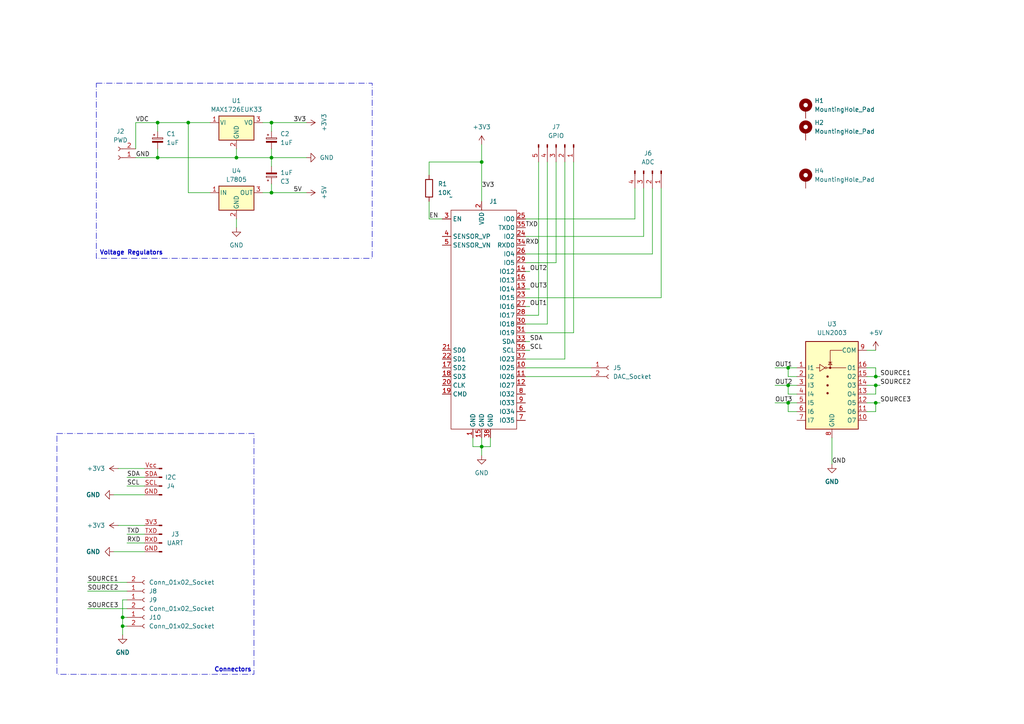
<source format=kicad_sch>
(kicad_sch (version 20231120) (generator "eeschema") (generator_version "8.0")
  (paper "A4")
  (lib_symbols
    (symbol "Alexander_Library_Symbols:Conn_I2C_01x04" (pin_names (offset 1.016) hide)
      (property "Reference" "J" (at 0 5.08 0))
      (property "Value" "I2C" (at 0 -7.62 0))
      (symbol "Conn_I2C_01x04_1_1"
        (polyline (pts (xy 1.27 -5.08) (xy 0.8636 -5.08)) (stroke (width 0.1524)))
        (polyline (pts (xy 1.27 -2.54) (xy 0.8636 -2.54)) (stroke (width 0.1524)))
        (polyline (pts (xy 1.27 0) (xy 0.8636 0)) (stroke (width 0.1524)))
        (polyline (pts (xy 1.27 2.54) (xy 0.8636 2.54)) (stroke (width 0.1524)))
        (rectangle (start 0.8636 -4.953) (end 0 -5.207) (stroke (width 0.1524)) (fill (type outline)))
        (rectangle (start 0.8636 -2.413) (end 0 -2.667) (stroke (width 0.1524)) (fill (type outline)))
        (rectangle (start 0.8636 0.127) (end 0 -0.127) (stroke (width 0.1524)) (fill (type outline)))
        (rectangle (start 0.8636 2.667) (end 0 2.413) (stroke (width 0.1524)) (fill (type outline)))
        (pin power_out line (at 5.08 -5.08 180) (length 3.81) (name "GND") (number "GND"))
        (pin bidirectional line (at 5.08 -2.54 180) (length 3.81) (name "SCL") (number "SCL"))
        (pin bidirectional line (at 5.08 0 180) (length 3.81) (name "SDA") (number "SDA"))
        (pin power_in line (at 5.08 2.54 180) (length 3.81) (name "VCC") (number "Vcc"))
      )
    )
    (symbol "Alexander_Library_Symbols:ESP32-WROOM-32D-SOCKET"
      (property "Reference" "J" (at 0 0 0))
      (symbol "ESP32-WROOM-32D-SOCKET_0_1"
        (rectangle (start 0 -3.81) (end 19.05 -67.31))
      )
      (symbol "ESP32-WROOM-32D-SOCKET_1_1"
        (pin power_out line (at 6.35 -69.85 90) (length 2.54) (name "GND") (number "1"))
        (pin bidirectional line (at 21.59 -49.53 180) (length 2.54) (name "IO25") (number "10"))
        (pin bidirectional line (at 21.59 -52.07 180) (length 2.54) (name "IO26") (number "11"))
        (pin bidirectional line (at 21.59 -54.61 180) (length 2.54) (name "IO27") (number "12"))
        (pin bidirectional line (at 21.59 -26.67 180) (length 2.54) (name "IO14") (number "13"))
        (pin bidirectional line (at 21.59 -21.59 180) (length 2.54) (name "IO12") (number "14"))
        (pin power_out line (at 8.89 -69.85 90) (length 2.54) (name "GND") (number "15"))
        (pin bidirectional line (at 21.59 -24.13 180) (length 2.54) (name "IO13") (number "16"))
        (pin input line (at -2.54 -49.53 0) (length 2.54) (name "SD2") (number "17"))
        (pin input line (at -2.54 -52.07 0) (length 2.54) (name "SD3") (number "18"))
        (pin input line (at -2.54 -57.15 0) (length 2.54) (name "CMD") (number "19"))
        (pin power_in line (at 8.89 -1.27 270) (length 2.54) (name "VDD") (number "2"))
        (pin input line (at -2.54 -54.61 0) (length 2.54) (name "CLK") (number "20"))
        (pin input line (at -2.54 -44.45 0) (length 2.54) (name "SD0") (number "21"))
        (pin input line (at -2.54 -46.99 0) (length 2.54) (name "SD1") (number "22"))
        (pin bidirectional line (at 21.59 -29.21 180) (length 2.54) (name "IO15") (number "23"))
        (pin bidirectional line (at 21.59 -11.43 180) (length 2.54) (name "IO2") (number "24"))
        (pin bidirectional line (at 21.59 -6.35 180) (length 2.54) (name "IO0") (number "25"))
        (pin bidirectional line (at 21.59 -16.51 180) (length 2.54) (name "IO4") (number "26"))
        (pin bidirectional line (at 21.59 -31.75 180) (length 2.54) (name "IO16") (number "27"))
        (pin bidirectional line (at 21.59 -34.29 180) (length 2.54) (name "IO17") (number "28"))
        (pin bidirectional line (at 21.59 -19.05 180) (length 2.54) (name "IO5") (number "29"))
        (pin input line (at -2.54 -6.35 0) (length 2.54) (name "EN") (number "3"))
        (pin bidirectional line (at 21.59 -36.83 180) (length 2.54) (name "IO18") (number "30"))
        (pin bidirectional line (at 21.59 -39.37 180) (length 2.54) (name "IO19") (number "31"))
        (pin bidirectional line (at 21.59 -41.91 180) (length 2.54) (name "SDA") (number "33"))
        (pin input line (at 21.59 -13.97 180) (length 2.54) (name "RXD0") (number "34"))
        (pin output line (at 21.59 -8.89 180) (length 2.54) (name "TXD0") (number "35"))
        (pin bidirectional line (at 21.59 -44.45 180) (length 2.54) (name "SCL") (number "36"))
        (pin bidirectional line (at 21.59 -46.99 180) (length 2.54) (name "IO23") (number "37"))
        (pin power_out line (at 11.43 -69.85 90) (length 2.54) (name "GND") (number "38"))
        (pin input line (at -2.54 -11.43 0) (length 2.54) (name "SENSOR_VP") (number "4"))
        (pin input line (at -2.54 -13.97 0) (length 2.54) (name "SENSOR_VN") (number "5"))
        (pin bidirectional line (at 21.59 -62.23 180) (length 2.54) (name "IO34") (number "6"))
        (pin bidirectional line (at 21.59 -64.77 180) (length 2.54) (name "IO35") (number "7"))
        (pin bidirectional line (at 21.59 -57.15 180) (length 2.54) (name "IO32") (number "8"))
        (pin bidirectional line (at 21.59 -59.69 180) (length 2.54) (name "IO33") (number "9"))
      )
    )
    (symbol "Conn_UART_1" (pin_names (offset 1.016) hide)
      (property "Reference" "J" (at 1.27 3.81 0))
      (property "Value" "UART" (at 2.54 -10.16 0))
      (symbol "Conn_UART_1_1_1"
        (polyline (pts (xy 1.27 -7.62) (xy 0.8636 -7.62)) (stroke (width 0.1524)))
        (polyline (pts (xy 1.27 -5.08) (xy 0.8636 -5.08)) (stroke (width 0.1524)))
        (polyline (pts (xy 1.27 -2.54) (xy 0.8636 -2.54)) (stroke (width 0.1524)))
        (polyline (pts (xy 1.27 0) (xy 0.8636 0)) (stroke (width 0.1524)))
        (rectangle (start 0.8636 -7.493) (end 0 -7.747) (stroke (width 0.1524)) (fill (type outline)))
        (rectangle (start 0.8636 -4.953) (end 0 -5.207) (stroke (width 0.1524)) (fill (type outline)))
        (rectangle (start 0.8636 -2.413) (end 0 -2.667) (stroke (width 0.1524)) (fill (type outline)))
        (rectangle (start 0.8636 0.127) (end 0 -0.127) (stroke (width 0.1524)) (fill (type outline)))
        (pin power_in line (at 5.08 0 180) (length 3.81) (name "3V3") (number "3V3"))
        (pin power_out line (at 5.08 -7.62 180) (length 3.81) (name "GND") (number "GND"))
        (pin input line (at 5.08 -5.08 180) (length 3.81) (name "RXD") (number "RXD"))
        (pin output line (at 5.08 -2.54 180) (length 3.81) (name "TXD") (number "TXD"))
      )
    )
    (symbol "Connector:Conn_01x02_Socket" (pin_names (offset 1.016) hide)
      (property "Reference" "J" (at 0 2.54 0))
      (property "Value" "Conn_01x02_Socket" (at 0 -5.08 0))
      (symbol "Conn_01x02_Socket_1_1"
        (arc (start 0 -2.032) (mid -0.5058 -2.54) (end 0 -3.048) (stroke (width 0.1524)))
        (polyline (pts (xy -1.27 -2.54) (xy -0.508 -2.54)) (stroke (width 0.1524)))
        (polyline (pts (xy -1.27 0) (xy -0.508 0)) (stroke (width 0.1524)))
        (arc (start 0 0.508) (mid -0.5058 0) (end 0 -0.508) (stroke (width 0.1524)))
        (pin passive line (at -5.08 0 0) (length 3.81) (name "Pin_1") (number "1"))
        (pin passive line (at -5.08 -2.54 0) (length 3.81) (name "Pin_2") (number "2"))
      )
    )
    (symbol "Connector:Conn_01x04_Pin" (pin_names (offset 1.016) hide)
      (property "Reference" "J" (at 0 5.08 0))
      (property "Value" "I2C" (at 0 -7.62 0))
      (symbol "Conn_01x04_Pin_1_1"
        (polyline (pts (xy 1.27 -5.08) (xy 0.8636 -5.08)) (stroke (width 0.1524)))
        (polyline (pts (xy 1.27 -2.54) (xy 0.8636 -2.54)) (stroke (width 0.1524)))
        (polyline (pts (xy 1.27 0) (xy 0.8636 0)) (stroke (width 0.1524)))
        (polyline (pts (xy 1.27 2.54) (xy 0.8636 2.54)) (stroke (width 0.1524)))
        (rectangle (start 0.8636 -4.953) (end 0 -5.207) (stroke (width 0.1524)) (fill (type outline)))
        (rectangle (start 0.8636 -2.413) (end 0 -2.667) (stroke (width 0.1524)) (fill (type outline)))
        (rectangle (start 0.8636 0.127) (end 0 -0.127) (stroke (width 0.1524)) (fill (type outline)))
        (rectangle (start 0.8636 2.667) (end 0 2.413) (stroke (width 0.1524)) (fill (type outline)))
        (pin passive line (at 5.08 2.54 180) (length 3.81) (name "Pin_1") (number "1"))
        (pin passive line (at 5.08 0 180) (length 3.81) (name "Pin_2") (number "2"))
        (pin passive line (at 5.08 -2.54 180) (length 3.81) (name "Pin_3") (number "3"))
        (pin passive line (at 5.08 -5.08 180) (length 3.81) (name "Pin_4") (number "4"))
      )
    )
    (symbol "Connector:Conn_01x05_Pin" (pin_names (offset 1.016) hide)
      (property "Reference" "J" (at 0 7.62 0))
      (property "Value" "Conn_01x05_Pin" (at 0 -7.62 0))
      (symbol "Conn_01x05_Pin_1_1"
        (polyline (pts (xy 1.27 -5.08) (xy 0.8636 -5.08)) (stroke (width 0.1524)))
        (polyline (pts (xy 1.27 -2.54) (xy 0.8636 -2.54)) (stroke (width 0.1524)))
        (polyline (pts (xy 1.27 0) (xy 0.8636 0)) (stroke (width 0.1524)))
        (polyline (pts (xy 1.27 2.54) (xy 0.8636 2.54)) (stroke (width 0.1524)))
        (polyline (pts (xy 1.27 5.08) (xy 0.8636 5.08)) (stroke (width 0.1524)))
        (rectangle (start 0.8636 -4.953) (end 0 -5.207) (stroke (width 0.1524)) (fill (type outline)))
        (rectangle (start 0.8636 -2.413) (end 0 -2.667) (stroke (width 0.1524)) (fill (type outline)))
        (rectangle (start 0.8636 0.127) (end 0 -0.127) (stroke (width 0.1524)) (fill (type outline)))
        (rectangle (start 0.8636 2.667) (end 0 2.413) (stroke (width 0.1524)) (fill (type outline)))
        (rectangle (start 0.8636 5.207) (end 0 4.953) (stroke (width 0.1524)) (fill (type outline)))
        (pin passive line (at 5.08 5.08 180) (length 3.81) (name "Pin_1") (number "1"))
        (pin passive line (at 5.08 2.54 180) (length 3.81) (name "Pin_2") (number "2"))
        (pin passive line (at 5.08 0 180) (length 3.81) (name "Pin_3") (number "3"))
        (pin passive line (at 5.08 -2.54 180) (length 3.81) (name "Pin_4") (number "4"))
        (pin passive line (at 5.08 -5.08 180) (length 3.81) (name "Pin_5") (number "5"))
      )
    )
    (symbol "Device:C_Polarized_Small" (pin_numbers hide) (pin_names (offset 0.254) hide)
      (property "Reference" "C" (at 0.254 1.778 0))
      (property "Value" "C_Polarized_Small" (at 0.254 -2.032 0))
      (symbol "C_Polarized_Small_0_1"
        (rectangle (start -1.524 -0.3048) (end 1.524 -0.6858) (fill (type outline)))
        (rectangle (start -1.524 0.6858) (end 1.524 0.3048))
        (polyline (pts (xy -1.27 1.524) (xy -0.762 1.524)))
        (polyline (pts (xy -1.016 1.27) (xy -1.016 1.778)))
      )
      (symbol "C_Polarized_Small_1_1"
        (pin passive line (at 0 2.54 270) (length 1.8542) (name "~") (number "1"))
        (pin passive line (at 0 -2.54 90) (length 1.8542) (name "~") (number "2"))
      )
    )
    (symbol "Device:R" (pin_numbers hide) (pin_names (offset 0))
      (property "Reference" "R" (at 2.032 0 90))
      (property "Value" "R" (at 0 0 90))
      (symbol "R_0_1"
        (rectangle (start -1.016 -2.54) (end 1.016 2.54) (stroke (width 0.254)))
      )
      (symbol "R_1_1"
        (pin passive line (at 0 3.81 270) (length 1.27) (name "~") (number "1"))
        (pin passive line (at 0 -3.81 90) (length 1.27) (name "~") (number "2"))
      )
    )
    (symbol "GND_1" (power) (pin_numbers hide) (pin_names (offset 0) hide)
      (property "Value" "GND" (at 0 -3.81 0))
      (symbol "GND_1_0_1"
        (polyline (pts (xy 0 0) (xy 0 -1.27) (xy 1.27 -1.27) (xy 0 -2.54) (xy -1.27 -1.27) (xy 0 -1.27)))
      )
      (symbol "GND_1_1_1"
        (pin power_in line (at 0 0 270) (length 0) (name "~") (number "1"))
      )
    )
    (symbol "Mechanical:MountingHole_Pad" (pin_numbers hide) (pin_names (offset 1.016) hide)
      (property "Reference" "H" (at 0 6.35 0))
      (property "Value" "MountingHole_Pad" (at 0 4.445 0))
      (symbol "MountingHole_Pad_0_1"
        (circle (center 0 1.27) (radius 1.27) (stroke (width 1.27)))
      )
      (symbol "MountingHole_Pad_1_1"
        (pin input line (at 0 -2.54 90) (length 2.54) (name "1") (number "1"))
      )
    )
    (symbol "Regulator_Linear:L7805" (pin_names (offset 0.254))
      (property "Reference" "U" (at -3.81 3.175 0))
      (property "Value" "L7805" (at 0 3.175 0))
      (symbol "L7805_0_1"
        (rectangle (start -5.08 1.905) (end 5.08 -5.08) (stroke (width 0.254)) (fill (type background)))
      )
      (symbol "L7805_1_1"
        (pin power_in line (at -7.62 0 0) (length 2.54) (name "IN") (number "1"))
        (pin power_in line (at 0 -7.62 90) (length 2.54) (name "GND") (number "2"))
        (pin power_out line (at 7.62 0 180) (length 2.54) (name "OUT") (number "3"))
      )
    )
    (symbol "Regulator_Linear:LM78M05_TO220" (pin_names (offset 0.254))
      (property "Reference" "U" (at -3.81 3.175 0))
      (property "Value" "LM78M05_TO220" (at 0 3.175 0))
      (symbol "LM78M05_TO220_0_1"
        (rectangle (start -5.08 1.905) (end 5.08 -5.08) (stroke (width 0.254)) (fill (type background)))
      )
      (symbol "LM78M05_TO220_1_1"
        (pin power_in line (at -7.62 0 0) (length 2.54) (name "VI") (number "1"))
        (pin power_in line (at 0 -7.62 90) (length 2.54) (name "GND") (number "2"))
        (pin power_out line (at 7.62 0 180) (length 2.54) (name "VO") (number "3"))
      )
    )
    (symbol "Transistor_Array:ULN2003"
      (property "Reference" "U" (at 0 15.875 0))
      (property "Value" "ULN2003" (at 0 13.97 0))
      (symbol "ULN2003_0_1"
        (rectangle (start -7.62 -12.7) (end 7.62 12.7) (stroke (width 0.254)) (fill (type background)))
        (circle (center -1.778 5.08) (radius 0.254))
        (circle (center -1.27 -2.286) (radius 0.254) (fill (type outline)))
        (circle (center -1.27 0) (radius 0.254) (fill (type outline)))
        (circle (center -1.27 2.54) (radius 0.254) (fill (type outline)))
        (circle (center -0.508 5.08) (radius 0.254) (fill (type outline)))
        (polyline (pts (xy -4.572 5.08) (xy -3.556 5.08)))
        (polyline (pts (xy -1.524 5.08) (xy 4.064 5.08)))
        (polyline (pts (xy 0 6.731) (xy -1.016 6.731)))
        (polyline (pts (xy -0.508 5.08) (xy -0.508 10.16) (xy 2.921 10.16)))
        (polyline (pts (xy -3.556 6.096) (xy -3.556 4.064) (xy -2.032 5.08) (xy -3.556 6.096)))
        (polyline (pts (xy 0 5.969) (xy -1.016 5.969) (xy -0.508 6.731) (xy 0 5.969)))
      )
      (symbol "ULN2003_1_1"
        (pin input line (at -10.16 5.08 0) (length 2.54) (name "I1") (number "1"))
        (pin open_collector line (at 10.16 -10.16 180) (length 2.54) (name "O7") (number "10"))
        (pin open_collector line (at 10.16 -7.62 180) (length 2.54) (name "O6") (number "11"))
        (pin open_collector line (at 10.16 -5.08 180) (length 2.54) (name "O5") (number "12"))
        (pin open_collector line (at 10.16 -2.54 180) (length 2.54) (name "O4") (number "13"))
        (pin open_collector line (at 10.16 0 180) (length 2.54) (name "O3") (number "14"))
        (pin open_collector line (at 10.16 2.54 180) (length 2.54) (name "O2") (number "15"))
        (pin open_collector line (at 10.16 5.08 180) (length 2.54) (name "O1") (number "16"))
        (pin input line (at -10.16 2.54 0) (length 2.54) (name "I2") (number "2"))
        (pin input line (at -10.16 0 0) (length 2.54) (name "I3") (number "3"))
        (pin input line (at -10.16 -2.54 0) (length 2.54) (name "I4") (number "4"))
        (pin input line (at -10.16 -5.08 0) (length 2.54) (name "I5") (number "5"))
        (pin input line (at -10.16 -7.62 0) (length 2.54) (name "I6") (number "6"))
        (pin input line (at -10.16 -10.16 0) (length 2.54) (name "I7") (number "7"))
        (pin power_in line (at 0 -15.24 90) (length 2.54) (name "GND") (number "8"))
        (pin passive line (at 10.16 10.16 180) (length 2.54) (name "COM") (number "9"))
      )
    )
    (symbol "power:+3V3" (power) (pin_names (offset 0))
      (property "Value" "+3V3" (at 0 3.556 0))
      (symbol "+3V3_0_1"
        (polyline (pts (xy -0.762 1.27) (xy 0 2.54)))
        (polyline (pts (xy 0 0) (xy 0 2.54)))
        (polyline (pts (xy 0 2.54) (xy 0.762 1.27)))
      )
      (symbol "+3V3_1_1"
        (pin power_in line (at 0 0 90) (length 0) hide (name "+3V3") (number "1"))
      )
    )
    (symbol "power:+5V" (power) (pin_names (offset 0))
      (property "Value" "+5V" (at 0 3.556 0))
      (symbol "+5V_0_1"
        (polyline (pts (xy -0.762 1.27) (xy 0 2.54)))
        (polyline (pts (xy 0 0) (xy 0 2.54)))
        (polyline (pts (xy 0 2.54) (xy 0.762 1.27)))
      )
      (symbol "+5V_1_1"
        (pin power_in line (at 0 0 90) (length 0) hide (name "+5V") (number "1"))
      )
    )
    (symbol "power:GND" (power) (pin_names (offset 0))
      (property "Value" "GND" (at 0 -3.81 0))
      (symbol "GND_0_1"
        (polyline (pts (xy 0 0) (xy 0 -1.27) (xy 1.27 -1.27) (xy 0 -2.54) (xy -1.27 -1.27) (xy 0 -1.27)))
      )
      (symbol "GND_1_1"
        (pin power_in line (at 0 0 270) (length 0) hide (name "GND") (number "1"))
      )
    )
  )
  (junction (at 68.58 45.72))
  (junction (at 78.74 45.72))
  (junction (at 45.72 45.72))
  (junction (at 139.7 46.99))
  (junction (at 254 109.22))
  (junction (at 228.6 116.84))
  (junction (at 78.74 55.88))
  (junction (at 228.6 111.76))
  (junction (at 254 116.84))
  (junction (at 54.61 35.56))
  (junction (at 35.56 179.07))
  (junction (at 254 111.76))
  (junction (at 78.74 35.56))
  (junction (at 35.56 181.61))
  (junction (at 45.72 35.56))
  (junction (at 228.6 106.68))
  (junction (at 139.7 129.54))
  (wire (pts (xy 152.4 104.14) (xy 163.83 104.14)))
  (wire (pts (xy 68.58 63.5) (xy 68.58 66.04)))
  (wire (pts (xy 35.56 173.99) (xy 35.56 179.07)))
  (wire (pts (xy 36.83 140.97) (xy 41.91 140.97)))
  (wire (pts (xy 25.4 171.45) (xy 36.83 171.45)))
  (wire (pts (xy 60.96 55.88) (xy 54.61 55.88)))
  (wire (pts (xy 36.83 154.94) (xy 41.91 154.94)))
  (wire (pts (xy 158.75 46.99) (xy 158.75 93.98)))
  (wire (pts (xy 152.4 109.22) (xy 171.45 109.22)))
  (wire (pts (xy 139.7 41.91) (xy 139.7 46.99)))
  (wire (pts (xy 152.4 88.9) (xy 153.67 88.9)))
  (wire (pts (xy 34.29 135.89) (xy 41.91 135.89)))
  (wire (pts (xy 35.56 179.07) (xy 35.56 181.61)))
  (wire (pts (xy 68.58 43.18) (xy 68.58 45.72)))
  (wire (pts (xy 231.14 116.84) (xy 228.6 116.84)))
  (wire (pts (xy 137.16 129.54) (xy 139.7 129.54)))
  (wire (pts (xy 78.74 43.18) (xy 78.74 45.72)))
  (wire (pts (xy 231.14 114.3) (xy 228.6 114.3)))
  (wire (pts (xy 156.21 46.99) (xy 156.21 91.44)))
  (wire (pts (xy 152.4 106.68) (xy 171.45 106.68)))
  (wire (pts (xy 224.79 116.84) (xy 228.6 116.84)))
  (wire (pts (xy 184.15 63.5) (xy 184.15 54.61)))
  (wire (pts (xy 128.27 63.5) (xy 124.46 63.5)))
  (wire (pts (xy 137.16 127) (xy 137.16 129.54)))
  (wire (pts (xy 54.61 35.56) (xy 60.96 35.56)))
  (wire (pts (xy 124.46 46.99) (xy 124.46 50.8)))
  (wire (pts (xy 34.29 152.4) (xy 41.91 152.4)))
  (wire (pts (xy 45.72 35.56) (xy 45.72 38.1)))
  (wire (pts (xy 45.72 43.18) (xy 45.72 45.72)))
  (wire (pts (xy 152.4 76.2) (xy 161.29 76.2)))
  (wire (pts (xy 139.7 129.54) (xy 139.7 132.08)))
  (wire (pts (xy 25.4 168.91) (xy 36.83 168.91)))
  (wire (pts (xy 251.46 111.76) (xy 254 111.76)))
  (wire (pts (xy 152.4 99.06) (xy 153.67 99.06)))
  (wire (pts (xy 54.61 35.56) (xy 54.61 55.88)))
  (wire (pts (xy 36.83 173.99) (xy 35.56 173.99)))
  (wire (pts (xy 78.74 55.88) (xy 88.9 55.88)))
  (wire (pts (xy 191.77 86.36) (xy 191.77 54.61)))
  (wire (pts (xy 254 119.38) (xy 254 116.84)))
  (wire (pts (xy 78.74 45.72) (xy 88.9 45.72)))
  (wire (pts (xy 254 109.22) (xy 254 106.68)))
  (wire (pts (xy 36.83 181.61) (xy 35.56 181.61)))
  (wire (pts (xy 25.4 176.53) (xy 36.83 176.53)))
  (wire (pts (xy 152.4 63.5) (xy 184.15 63.5)))
  (wire (pts (xy 35.56 181.61) (xy 35.56 184.15)))
  (wire (pts (xy 76.2 55.88) (xy 78.74 55.88)))
  (wire (pts (xy 231.14 111.76) (xy 228.6 111.76)))
  (wire (pts (xy 41.91 143.51) (xy 33.02 143.51)))
  (wire (pts (xy 251.46 109.22) (xy 254 109.22)))
  (wire (pts (xy 36.83 157.48) (xy 41.91 157.48)))
  (wire (pts (xy 189.23 73.66) (xy 189.23 54.61)))
  (wire (pts (xy 124.46 46.99) (xy 139.7 46.99)))
  (wire (pts (xy 78.74 45.72) (xy 78.74 48.26)))
  (wire (pts (xy 76.2 35.56) (xy 78.74 35.56)))
  (wire (pts (xy 152.4 73.66) (xy 189.23 73.66)))
  (wire (pts (xy 251.46 101.6) (xy 254 101.6)))
  (wire (pts (xy 241.3 127) (xy 241.3 134.62)))
  (wire (pts (xy 254 111.76) (xy 255.27 111.76)))
  (wire (pts (xy 68.58 45.72) (xy 78.74 45.72)))
  (wire (pts (xy 251.46 106.68) (xy 254 106.68)))
  (wire (pts (xy 254 116.84) (xy 255.27 116.84)))
  (wire (pts (xy 78.74 38.1) (xy 78.74 35.56)))
  (wire (pts (xy 39.37 35.56) (xy 45.72 35.56)))
  (wire (pts (xy 161.29 76.2) (xy 161.29 46.99)))
  (wire (pts (xy 254 109.22) (xy 255.27 109.22)))
  (wire (pts (xy 41.91 160.02) (xy 33.02 160.02)))
  (wire (pts (xy 152.4 86.36) (xy 191.77 86.36)))
  (wire (pts (xy 152.4 68.58) (xy 186.69 68.58)))
  (wire (pts (xy 251.46 114.3) (xy 254 114.3)))
  (wire (pts (xy 152.4 78.74) (xy 153.67 78.74)))
  (wire (pts (xy 231.14 119.38) (xy 228.6 119.38)))
  (wire (pts (xy 78.74 53.34) (xy 78.74 55.88)))
  (wire (pts (xy 254 114.3) (xy 254 111.76)))
  (wire (pts (xy 139.7 46.99) (xy 139.7 58.42)))
  (wire (pts (xy 228.6 114.3) (xy 228.6 111.76)))
  (wire (pts (xy 152.4 83.82) (xy 153.67 83.82)))
  (wire (pts (xy 142.24 129.54) (xy 139.7 129.54)))
  (wire (pts (xy 228.6 109.22) (xy 228.6 106.68)))
  (wire (pts (xy 224.79 111.76) (xy 228.6 111.76)))
  (wire (pts (xy 231.14 106.68) (xy 228.6 106.68)))
  (wire (pts (xy 142.24 127) (xy 142.24 129.54)))
  (wire (pts (xy 251.46 119.38) (xy 254 119.38)))
  (wire (pts (xy 251.46 116.84) (xy 254 116.84)))
  (wire (pts (xy 186.69 68.58) (xy 186.69 54.61)))
  (wire (pts (xy 152.4 96.52) (xy 166.37 96.52)))
  (wire (pts (xy 224.79 106.68) (xy 228.6 106.68)))
  (wire (pts (xy 228.6 119.38) (xy 228.6 116.84)))
  (wire (pts (xy 36.83 138.43) (xy 41.91 138.43)))
  (wire (pts (xy 152.4 101.6) (xy 153.67 101.6)))
  (wire (pts (xy 45.72 35.56) (xy 54.61 35.56)))
  (wire (pts (xy 156.21 91.44) (xy 152.4 91.44)))
  (wire (pts (xy 124.46 58.42) (xy 124.46 63.5)))
  (wire (pts (xy 152.4 93.98) (xy 158.75 93.98)))
  (wire (pts (xy 163.83 46.99) (xy 163.83 104.14)))
  (wire (pts (xy 78.74 35.56) (xy 88.9 35.56)))
  (wire (pts (xy 39.37 45.72) (xy 45.72 45.72)))
  (wire (pts (xy 231.14 109.22) (xy 228.6 109.22)))
  (wire (pts (xy 35.56 179.07) (xy 36.83 179.07)))
  (wire (pts (xy 139.7 127) (xy 139.7 129.54)))
  (wire (pts (xy 166.37 96.52) (xy 166.37 46.99)))
  (wire (pts (xy 45.72 45.72) (xy 68.58 45.72)))
  (wire (pts (xy 39.37 35.56) (xy 39.37 43.18)))
  (rectangle (start 16.51 125.73) (end 73.66 195.58) (stroke (width 0) (type dash_dot)))
  (rectangle (start 27.94 24.13) (end 107.95 74.93) (stroke (width 0) (type dash_dot)))
  (text "Voltage Regulators" (at 38.1 72.644 0) (effects (font (size 1.27 1.27) (thickness 0.254) (bold yes)) (justify top)))
  (text "Connectors" (at 67.564 194.31 0) (effects (font (size 1.27 1.27) (thickness 0.254) (bold yes))))
  (label "SOURCE1" (at 25.4 168.91 0))
  (label "OUT1" (at 153.67 88.9 0))
  (label "OUT2" (at 153.67 78.74 0))
  (label "VDC" (at 39.37 35.56 0))
  (label "SOURCE3" (at 25.4 176.53 0))
  (label "TXD" (at 152.4 66.04 0))
  (label "OUT2" (at 224.79 111.76 0))
  (label "SDA" (at 153.67 99.06 0))
  (label "OUT3" (at 153.67 83.82 0))
  (label "SCL" (at 153.67 101.6 0))
  (label "RXD" (at 36.83 157.48 0))
  (label "SCL" (at 36.83 140.97 0))
  (label "3V3" (at 139.7 54.61 0))
  (label "SOURCE1" (at 255.27 109.22 0))
  (label "OUT3" (at 224.79 116.84 0))
  (label "SOURCE2" (at 255.27 111.76 0))
  (label "SOURCE3" (at 255.27 116.84 0))
  (label "5V" (at 85.09 55.88 0))
  (label "3V3" (at 85.09 35.56 0))
  (label "SDA" (at 36.83 138.43 0))
  (label "OUT1" (at 224.79 106.68 0))
  (label "GND" (at 39.37 45.72 0))
  (label "EN" (at 124.46 63.5 0))
  (label "GND" (at 241.3 134.62 0))
  (label "TXD" (at 36.83 154.94 0))
  (label "SOURCE2" (at 25.4 171.45 0))
  (label "RXD" (at 152.4 71.12 0))
  (symbol (lib_id "Connector:Conn_01x02_Socket") (at 176.53 106.68 0) (unit 1)
    (property "Reference" "J5" (at 177.8 106.68 0) (effects (justify left)))
    (property "Value" "DAC_Socket" (at 177.8 109.22 0) (effects (justify left)))
    (property "Footprint" "Connector_PinSocket_2.54mm:PinSocket_1x02_P2.54mm_Vertical" (effects (hide yes)))
  )
  (symbol (lib_id "power:GND") (at 88.9 45.72 90) (unit 1)
    (property "Reference" "#PWR03" (effects (hide yes)))
    (property "Value" "GND" (at 92.71 45.7199 90) (effects (justify right)))
  )
  (symbol (lib_id "power:+3V3") (at 34.29 152.4 90) (unit 1)
    (property "Reference" "#PWR06" (effects (hide yes)))
    (property "Value" "+3V3" (at 30.48 152.3999 90) (effects (justify left)))
  )
  (symbol (lib_id "power:+3V3") (at 34.29 135.89 90) (unit 1)
    (property "Reference" "#PWR08" (effects (hide yes)))
    (property "Value" "+3V3" (at 30.48 135.89 90) (effects (justify left)))
  )
  (symbol (lib_id "power:+5V") (at 254 101.6 0) (unit 1)
    (property "Reference" "#PWR012" (effects (hide yes)))
    (property "Value" "+5V" (at 254 96.52 0))
  )
  (symbol (lib_id "Transistor_Array:ULN2003") (at 241.3 111.76 0) (unit 1)
    (property "Reference" "U3" (at 241.3 93.98 0))
    (property "Value" "ULN2003" (at 241.3 96.52 0))
    (property "Footprint" "Package_DIP:DIP-16_W7.62mm" (effects (hide yes)))
    (property "Datasheet" "http://www.ti.com/lit/ds/symlink/uln2003a.pdf" (effects (hide yes)))
  )
  (symbol (lib_name "Conn_UART_1") (lib_id "Alexander_Library_Symbols:Conn_UART") (at 46.99 152.4 0) (mirror y) (unit 1)
    (property "Reference" "J3" (at 50.8 154.94 0))
    (property "Value" "UART" (at 50.8 157.48 0))
    (property "Footprint" "Alexander Footprints Library:Conn_UART" (effects (hide yes)))
  )
  (symbol (lib_id "Device:C_Polarized_Small") (at 78.74 50.8 0) (mirror x) (unit 1)
    (property "Reference" "C3" (at 81.28 52.6161 0) (effects (justify left)))
    (property "Value" "1uF" (at 81.28 50.0761 0) (effects (justify left)))
    (property "Footprint" "Capacitor_THT:CP_Radial_D4.0mm_P2.00mm" (effects (hide yes)))
  )
  (symbol (lib_id "Device:C_Polarized_Small") (at 45.72 40.64 0) (unit 1)
    (property "Reference" "C1" (at 48.26 38.8239 0) (effects (justify left)))
    (property "Value" "1uF" (at 48.26 41.3639 0) (effects (justify left)))
    (property "Footprint" "Capacitor_THT:CP_Radial_D4.0mm_P2.00mm" (effects (hide yes)))
  )
  (symbol (lib_id "power:GND") (at 33.02 143.51 270) (unit 1)
    (property "Reference" "#PWR09" (effects (hide yes)))
    (property "Value" "GND" (at 29.21 143.51 90) (effects (font (bold yes)) (justify right)))
  )
  (symbol (lib_id "power:GND") (at 33.02 160.02 270) (unit 1)
    (property "Reference" "#PWR07" (effects (hide yes)))
    (property "Value" "GND" (at 29.21 160.02 90) (effects (font (bold yes)) (justify right)))
  )
  (symbol (lib_id "Connector:Conn_01x05_Pin") (at 161.29 41.91 270) (unit 1)
    (property "Reference" "J7" (at 161.29 36.83 90))
    (property "Value" "GPIO" (at 161.29 39.37 90))
    (property "Footprint" "Connector_PinSocket_2.54mm:PinSocket_1x05_P2.54mm_Vertical" (effects (hide yes)))
  )
  (symbol (lib_id "Mechanical:MountingHole_Pad") (at 233.68 38.1 0) (unit 1)
    (property "Reference" "H2" (at 236.22 35.56 0) (effects (justify left)))
    (property "Value" "MountingHole_Pad" (at 236.22 38.1 0) (effects (justify left)))
    (property "Footprint" "MountingHole:MountingHole_3mm" (effects (hide yes)))
  )
  (symbol (lib_id "power:GND") (at 241.3 134.62 0) (unit 1)
    (property "Reference" "#PWR010" (effects (hide yes)))
    (property "Value" "GND" (at 241.3 139.7 0) (effects (font (bold yes))))
  )
  (symbol (lib_id "Connector:Conn_01x02_Socket") (at 41.91 173.99 0) (unit 1)
    (property "Reference" "J9" (at 43.18 173.99 0) (effects (justify left)))
    (property "Value" "Conn_01x02_Socket" (at 43.18 176.53 0) (effects (justify left)))
    (property "Footprint" "Alexander Footprints Library:Conn_Terminal_5mm" (effects (hide yes)))
  )
  (symbol (lib_id "Connector:Conn_01x04_Pin") (at 189.23 49.53 270) (unit 1)
    (property "Reference" "J6" (at 187.96 44.45 90))
    (property "Value" "ADC" (at 187.96 46.99 90))
    (property "Footprint" "Connector_PinSocket_2.54mm:PinSocket_1x04_P2.54mm_Vertical" (effects (hide yes)))
  )
  (symbol (lib_name "GND_1") (lib_id "power:GND") (at 35.56 184.15 0) (unit 1)
    (property "Reference" "#PWR014" (effects (hide yes)))
    (property "Value" "GND" (at 35.56 189.23 0) (effects (font (bold yes))))
    (property "Description" "Power symbol creates a global label with name \"GND\" , ground" (effects (hide yes)))
  )
  (symbol (lib_id "Connector:Conn_01x02_Socket") (at 41.91 179.07 0) (unit 1)
    (property "Reference" "J10" (at 43.18 179.07 0) (effects (justify left)))
    (property "Value" "Conn_01x02_Socket" (at 43.18 181.61 0) (effects (justify left)))
    (property "Footprint" "Alexander Footprints Library:Conn_Terminal_5mm" (effects (hide yes)))
  )
  (symbol (lib_id "Connector:Conn_01x02_Socket") (at 41.91 171.45 0) (mirror x) (unit 1)
    (property "Reference" "J8" (at 43.18 171.45 0) (effects (justify left)))
    (property "Value" "Conn_01x02_Socket" (at 43.18 168.91 0) (effects (justify left)))
    (property "Footprint" "Alexander Footprints Library:Conn_Terminal_5mm" (effects (hide yes)))
  )
  (symbol (lib_id "Connector:Conn_01x02_Socket") (at 34.29 45.72 180) (unit 1)
    (property "Reference" "J2" (at 34.925 38.1 0))
    (property "Value" "PWD" (at 34.925 40.64 0))
    (property "Footprint" "Connector_PinSocket_2.54mm:PinSocket_1x02_P2.54mm_Vertical" (effects (hide yes)))
  )
  (symbol (lib_id "Regulator_Linear:L7805") (at 68.58 55.88 0) (unit 1)
    (property "Reference" "U4" (at 68.58 49.53 0))
    (property "Value" "L7805" (at 68.58 52.07 0))
    (property "Footprint" "Alexander Footprints Library:LD1117" (effects (hide yes)))
    (property "Datasheet" "http://www.st.com/content/ccc/resource/technical/document/datasheet/41/4f/b3/b0/12/d4/47/88/CD00000444.pdf/files/CD00000444.pdf/jcr:content/translations/en.CD00000444.pdf" (effects (hide yes)))
  )
  (symbol (lib_id "power:GND") (at 68.58 66.04 0) (unit 1)
    (property "Reference" "#PWR013" (effects (hide yes)))
    (property "Value" "GND" (at 68.58 71.12 0))
  )
  (symbol (lib_id "Device:C_Polarized_Small") (at 78.74 40.64 0) (unit 1)
    (property "Reference" "C2" (at 81.28 38.8239 0) (effects (justify left)))
    (property "Value" "1uF" (at 81.28 41.3639 0) (effects (justify left)))
    (property "Footprint" "Capacitor_THT:CP_Radial_D4.0mm_P2.00mm" (effects (hide yes)))
  )
  (symbol (lib_id "power:+3V3") (at 139.7 41.91 0) (unit 1)
    (property "Reference" "#PWR02" (effects (hide yes)))
    (property "Value" "+3V3" (at 139.7 36.83 0))
  )
  (symbol (lib_id "power:+5V") (at 88.9 55.88 270) (unit 1)
    (property "Reference" "#PWR05" (effects (hide yes)))
    (property "Value" "+5V" (at 93.98 55.88 0))
  )
  (symbol (lib_id "Mechanical:MountingHole_Pad") (at 233.68 31.75 0) (unit 1)
    (property "Reference" "H1" (at 236.22 29.21 0) (effects (justify left)))
    (property "Value" "MountingHole_Pad" (at 236.22 31.75 0) (effects (justify left)))
    (property "Footprint" "MountingHole:MountingHole_3mm" (effects (hide yes)))
  )
  (symbol (lib_id "Regulator_Linear:LM78M05_TO220") (at 68.58 35.56 0) (unit 1)
    (property "Reference" "U1" (at 68.58 29.21 0))
    (property "Value" "MAX1726EUK33" (at 68.58 31.75 0))
    (property "Footprint" "Package_TO_SOT_SMD:SOT-223-3_TabPin2" (effects (hide yes)))
    (property "Datasheet" "https://www.onsemi.com/pub/Collateral/MC78M00-D.PDF" (effects (hide yes)))
  )
  (symbol (lib_id "Mechanical:MountingHole_Pad") (at 233.68 52.07 0) (unit 1)
    (property "Reference" "H4" (at 236.22 49.53 0) (effects (justify left)))
    (property "Value" "MountingHole_Pad" (at 236.22 52.07 0) (effects (justify left)))
    (property "Footprint" "MountingHole:MountingHole_3mm" (effects (hide yes)))
  )
  (symbol (lib_id "power:+3V3") (at 88.9 35.56 270) (unit 1)
    (property "Reference" "#PWR04" (effects (hide yes)))
    (property "Value" "+3V3" (at 93.98 35.56 0))
  )
  (symbol (lib_id "Alexander_Library_Symbols:Conn_I2C_01x04") (at 46.99 138.43 0) (mirror y) (unit 1)
    (property "Reference" "J4" (at 49.53 140.97 0))
    (property "Value" "I2C" (at 49.53 138.43 0))
    (property "Footprint" "Alexander Footprints Library:Conn_I2C" (effects (hide yes)))
  )
  (symbol (lib_id "Device:R") (at 124.46 54.61 0) (unit 1)
    (property "Reference" "R1" (at 127 53.34 0) (effects (justify left)))
    (property "Value" "10K" (at 127 55.88 0) (effects (justify left)))
    (property "Footprint" "Alexander Footprints Library:STA_RMCF1206_STP-L" (effects (hide yes)))
  )
  (symbol (lib_id "power:GND") (at 139.7 132.08 0) (unit 1)
    (property "Reference" "#PWR01" (effects (hide yes)))
    (property "Value" "GND" (at 139.7 137.16 0))
  )
  (symbol (lib_id "Alexander_Library_Symbols:ESP32-WROOM-32D-SOCKET") (at 130.81 57.15 0) (unit 1)
    (property "Reference" "J1" (at 141.8941 58.42 0) (effects (justify left)))
    (property "Value" "~" (at 130.81 57.15 0))
    (property "Footprint" "Alexander Footprints Library:ESP32-WROOM-Adapter-Socket-2" (effects (hide yes)))
  )
)
</source>
